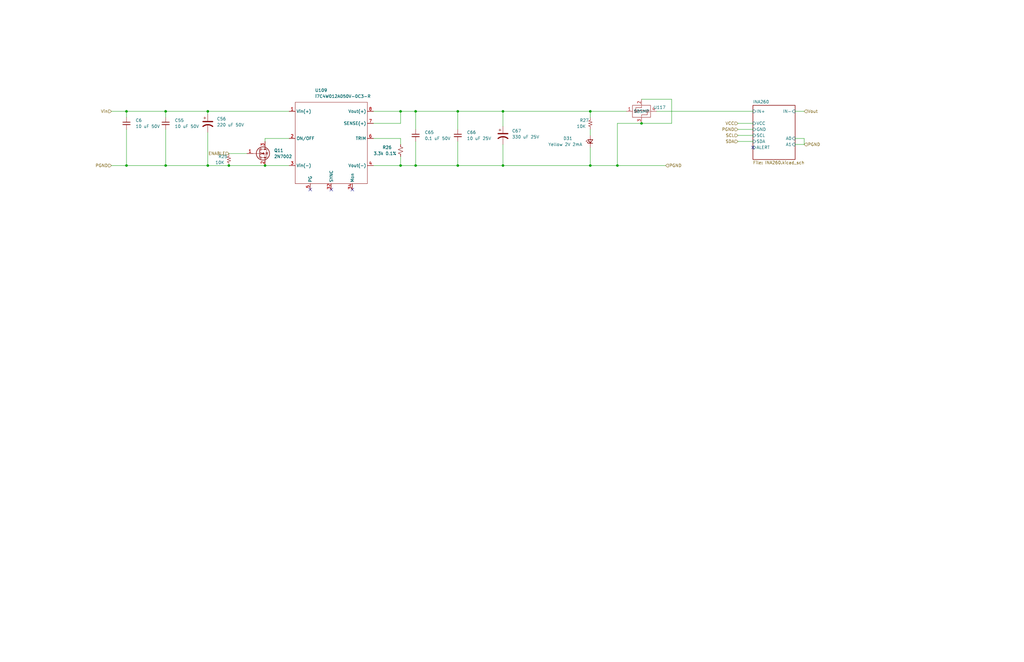
<source format=kicad_sch>
(kicad_sch (version 20230121) (generator eeschema)
  (paper "B")
  (lib_symbols
    (symbol "Device:C_Polarized_US" (pin_numbers hide) (pin_names (offset 0.254) hide)
      (property "Reference" "C" (at 0.635 2.54 0))
      (property "Value" "C_Polarized_US" (at 0.635 -2.54 0))
      (symbol "C_Polarized_US_0_1"
        (polyline (pts (xy -2.032 0.762) (xy 2.032 0.762)) (stroke (width 0.508)))
        (polyline (pts (xy -1.778 2.286) (xy -0.762 2.286)))
        (polyline (pts (xy -1.27 1.778) (xy -1.27 2.794)))
        (arc (start 2.032 -1.27) (mid 0 -0.5572) (end -2.032 -1.27) (stroke (width 0.508)))
      )
      (symbol "C_Polarized_US_1_1"
        (pin passive line (at 0 3.81 270) (length 2.794) (name "~") (number "1"))
        (pin passive line (at 0 -3.81 90) (length 3.302) (name "~") (number "2"))
      )
    )
    (symbol "Device:C_Small" (pin_numbers hide) (pin_names (offset 0.254) hide)
      (property "Reference" "C" (at 0.254 1.778 0))
      (property "Value" "C_Small" (at 0.254 -2.032 0))
      (symbol "C_Small_0_1"
        (polyline (pts (xy -1.524 -0.508) (xy 1.524 -0.508)) (stroke (width 0.3302)))
        (polyline (pts (xy -1.524 0.508) (xy 1.524 0.508)) (stroke (width 0.3048)))
      )
      (symbol "C_Small_1_1"
        (pin passive line (at 0 2.54 270) (length 2.032) (name "~") (number "1"))
        (pin passive line (at 0 -2.54 90) (length 2.032) (name "~") (number "2"))
      )
    )
    (symbol "Device:LED_Small" (pin_numbers hide) (pin_names (offset 0.254) hide)
      (property "Reference" "D" (at -1.27 3.175 0))
      (property "Value" "LED_Small" (at -4.445 -2.54 0))
      (symbol "LED_Small_0_1"
        (polyline (pts (xy -0.762 -1.016) (xy -0.762 1.016)) (stroke (width 0.254)))
        (polyline (pts (xy 1.016 0) (xy -0.762 0)))
        (polyline (pts (xy 0.762 -1.016) (xy -0.762 0) (xy 0.762 1.016) (xy 0.762 -1.016)) (stroke (width 0.254)))
        (polyline (pts (xy 0 0.762) (xy -0.508 1.27) (xy -0.254 1.27) (xy -0.508 1.27) (xy -0.508 1.016)))
        (polyline (pts (xy 0.508 1.27) (xy 0 1.778) (xy 0.254 1.778) (xy 0 1.778) (xy 0 1.524)))
      )
      (symbol "LED_Small_1_1"
        (pin passive line (at -2.54 0 0) (length 1.778) (name "K") (number "1"))
        (pin passive line (at 2.54 0 180) (length 1.778) (name "A") (number "2"))
      )
    )
    (symbol "Device:R_Small_US" (pin_numbers hide) (pin_names (offset 0.254) hide)
      (property "Reference" "R" (at 0.762 0.508 0))
      (property "Value" "R_Small_US" (at 0.762 -1.016 0))
      (symbol "R_Small_US_1_1"
        (polyline (pts (xy 0 0) (xy 1.016 -0.381) (xy 0 -0.762) (xy -1.016 -1.143) (xy 0 -1.524)))
        (polyline (pts (xy 0 1.524) (xy 1.016 1.143) (xy 0 0.762) (xy -1.016 0.381) (xy 0 0)))
        (pin passive line (at 0 2.54 270) (length 1.016) (name "~") (number "1"))
        (pin passive line (at 0 -2.54 90) (length 1.016) (name "~") (number "2"))
      )
    )
    (symbol "Dual-Mag-Camera-Control-rescue:Resistor_small-SPC-Control-rescue-DeathStar-rescue-BUMP-Control-rescue" (pin_numbers hide) (pin_names (offset 0))
      (property "Reference" "R" (at 2.032 0 90))
      (property "Value" "Resistor_small-SPC-Control-rescue-DeathStar-rescue-BUMP-Control-rescue" (at -2.032 0.254 90))
      (symbol "Resistor_small-SPC-Control-rescue-DeathStar-rescue-BUMP-Control-rescue_0_1"
        (polyline (pts (xy 0 1.27) (xy -0.762 1.016) (xy 0.762 0.508) (xy -0.762 0) (xy 0.762 -0.508) (xy -0.762 -1.016) (xy 0 -1.27)))
      )
      (symbol "Resistor_small-SPC-Control-rescue-DeathStar-rescue-BUMP-Control-rescue_1_1"
        (pin passive line (at 0 2.54 270) (length 1.27) (name "~") (number "1"))
        (pin passive line (at 0 -2.54 90) (length 1.27) (name "~") (number "2"))
      )
    )
    (symbol "ProjectDevices:I7C4W012A050V-001-R"
      (property "Reference" "U" (at 0 0 0))
      (property "Value" "I7C4W012A050V-001-R" (at 0 17.78 0))
      (symbol "I7C4W012A050V-001-R_0_1"
        (rectangle (start -15.24 15.24) (end 15.24 -19.05))
      )
      (symbol "I7C4W012A050V-001-R_1_1"
        (pin input line (at -17.78 11.43 0) (length 2.54) (name "Vin(+)") (number "1"))
        (pin input line (at -17.78 0 0) (length 2.54) (name "ON/OFF") (number "2"))
        (pin input line (at -17.78 -11.43 0) (length 2.54) (name "Vin(-)") (number "3"))
        (pin input line (at 0 -21.59 90) (length 2.54) (name "SYNC") (number "32"))
        (pin input line (at 8.89 -21.59 90) (length 2.54) (name "Mon") (number "34"))
        (pin input line (at 17.78 -11.43 180) (length 2.54) (name "Vout(-)") (number "4"))
        (pin input line (at -8.89 -21.59 90) (length 2.54) (name "PG") (number "5"))
        (pin input line (at 17.78 0 180) (length 2.54) (name "TRIM") (number "6"))
        (pin input line (at 17.78 6.35 180) (length 2.54) (name "SENSE(+)") (number "7"))
        (pin input line (at 17.78 11.43 180) (length 2.54) (name "Vout(+)") (number "8"))
      )
    )
    (symbol "ProjectDevices:SBSMP"
      (property "Reference" "U" (at 1.27 3.81 0))
      (symbol "SBSMP_0_1"
        (rectangle (start -3.81 2.54) (end 3.81 -2.54))
        (arc (start -0.7366 0.0852) (mid -1.1176 0.3904) (end -1.4986 0.0852))
        (polyline (pts (xy -3.0988 -0.3048) (xy -1.7272 -0.3048)))
        (polyline (pts (xy -3.048 0.4064) (xy -1.778 0.4064)))
        (polyline (pts (xy -1.5748 0.0508) (xy -3.048 0.0508)))
        (polyline (pts (xy 1.6256 0.0508) (xy 3.302 0.0508)))
        (polyline (pts (xy 1.9812 -0.3048) (xy 3.302 -0.3048)))
        (polyline (pts (xy 1.9812 0.4572) (xy 3.2512 0.4572)))
        (polyline (pts (xy -2.4384 0.4064) (xy -2.4384 1.524) (xy 0 1.524) (xy 0 2.2352)))
        (polyline (pts (xy 2.4384 -0.3556) (xy 2.4384 -1.4732) (xy 0 -1.4732) (xy 0 -2.1844)))
        (arc (start 0.0508 0.1196) (mid -0.3302 0.4248) (end -0.7112 0.1196))
        (arc (start 0.8636 0.0688) (mid 0.4826 0.374) (end 0.1016 0.0688))
        (arc (start 1.6256 0.0688) (mid 1.2446 0.374) (end 0.8636 0.0688))
      )
      (symbol "SBSMP_1_1"
        (pin input line (at -6.35 0 0) (length 2.54) (name "IN") (number "1"))
        (pin input line (at 0 5.08 270) (length 2.54) (name "GND") (number "2"))
        (pin input line (at 0 -5.08 90) (length 2.54) (name "GND") (number "3"))
        (pin input line (at 6.35 0 180) (length 2.54) (name "OUT") (number "4"))
      )
    )
    (symbol "Transistor_FET:2N7002" (pin_names hide)
      (property "Reference" "Q" (at 5.08 1.905 0))
      (property "Value" "2N7002" (at 5.08 0 0))
      (symbol "2N7002_0_1"
        (polyline (pts (xy 0.254 0) (xy -2.54 0)))
        (polyline (pts (xy 0.254 1.905) (xy 0.254 -1.905)) (stroke (width 0.254)))
        (polyline (pts (xy 0.762 -1.27) (xy 0.762 -2.286)) (stroke (width 0.254)))
        (polyline (pts (xy 0.762 0.508) (xy 0.762 -0.508)) (stroke (width 0.254)))
        (polyline (pts (xy 0.762 2.286) (xy 0.762 1.27)) (stroke (width 0.254)))
        (polyline (pts (xy 2.54 2.54) (xy 2.54 1.778)))
        (polyline (pts (xy 2.54 -2.54) (xy 2.54 0) (xy 0.762 0)))
        (polyline (pts (xy 0.762 -1.778) (xy 3.302 -1.778) (xy 3.302 1.778) (xy 0.762 1.778)))
        (polyline (pts (xy 1.016 0) (xy 2.032 0.381) (xy 2.032 -0.381) (xy 1.016 0)) (fill (type outline)))
        (polyline (pts (xy 2.794 0.508) (xy 2.921 0.381) (xy 3.683 0.381) (xy 3.81 0.254)))
        (polyline (pts (xy 3.302 0.381) (xy 2.921 -0.254) (xy 3.683 -0.254) (xy 3.302 0.381)))
        (circle (center 1.651 0) (radius 2.794) (stroke (width 0.254)))
        (circle (center 2.54 -1.778) (radius 0.254) (fill (type outline)))
        (circle (center 2.54 1.778) (radius 0.254) (fill (type outline)))
      )
      (symbol "2N7002_1_1"
        (pin input line (at -5.08 0 0) (length 2.54) (name "G") (number "1"))
        (pin passive line (at 2.54 -5.08 90) (length 2.54) (name "S") (number "2"))
        (pin passive line (at 2.54 5.08 270) (length 2.54) (name "D") (number "3"))
      )
    )
  )
  (junction (at 193.04 46.99))
  (junction (at 87.63 69.85))
  (junction (at 248.92 69.85))
  (junction (at 248.92 46.99))
  (junction (at 168.91 69.85))
  (junction (at 260.35 69.85))
  (junction (at 69.85 69.85))
  (junction (at 270.51 52.07))
  (junction (at 69.85 46.99))
  (junction (at 212.09 69.85))
  (junction (at 212.09 46.99))
  (junction (at 168.91 46.99))
  (junction (at 193.04 69.85))
  (junction (at 96.52 69.85))
  (junction (at 53.34 69.85))
  (junction (at 175.26 46.99))
  (junction (at 111.76 69.85))
  (junction (at 175.26 69.85))
  (junction (at 53.34 46.99))
  (junction (at 87.63 46.99))
  (no_connect (at 148.59 80.01))
  (no_connect (at 130.81 80.01))
  (no_connect (at 139.7 80.01))
  (no_connect (at 317.5 62.23))
  (wire (pts (xy 46.99 69.85) (xy 53.34 69.85)))
  (wire (pts (xy 276.86 46.99) (xy 317.5 46.99)))
  (wire (pts (xy 212.09 60.96) (xy 212.09 69.85)))
  (wire (pts (xy 168.91 52.07) (xy 168.91 46.99)))
  (wire (pts (xy 311.15 52.07) (xy 317.5 52.07)))
  (wire (pts (xy 53.34 46.99) (xy 69.85 46.99)))
  (wire (pts (xy 248.92 46.99) (xy 264.16 46.99)))
  (wire (pts (xy 248.92 54.61) (xy 248.92 57.15)))
  (wire (pts (xy 175.26 46.99) (xy 175.26 54.61)))
  (wire (pts (xy 168.91 69.85) (xy 168.91 66.04)))
  (wire (pts (xy 175.26 69.85) (xy 168.91 69.85)))
  (wire (pts (xy 157.48 52.07) (xy 168.91 52.07)))
  (wire (pts (xy 69.85 46.99) (xy 87.63 46.99)))
  (wire (pts (xy 260.35 69.85) (xy 280.67 69.85)))
  (wire (pts (xy 175.26 59.69) (xy 175.26 69.85)))
  (wire (pts (xy 157.48 46.99) (xy 168.91 46.99)))
  (wire (pts (xy 69.85 54.61) (xy 69.85 69.85)))
  (wire (pts (xy 111.76 58.42) (xy 111.76 59.69)))
  (wire (pts (xy 248.92 62.23) (xy 248.92 69.85)))
  (wire (pts (xy 260.35 69.85) (xy 260.35 52.07)))
  (wire (pts (xy 53.34 69.85) (xy 69.85 69.85)))
  (wire (pts (xy 193.04 46.99) (xy 193.04 54.61)))
  (wire (pts (xy 87.63 55.88) (xy 87.63 69.85)))
  (wire (pts (xy 87.63 46.99) (xy 87.63 48.26)))
  (wire (pts (xy 270.51 41.91) (xy 283.21 41.91)))
  (wire (pts (xy 96.52 64.77) (xy 104.14 64.77)))
  (wire (pts (xy 96.52 69.85) (xy 111.76 69.85)))
  (wire (pts (xy 260.35 52.07) (xy 270.51 52.07)))
  (wire (pts (xy 193.04 59.69) (xy 193.04 69.85)))
  (wire (pts (xy 335.28 46.99) (xy 339.09 46.99)))
  (wire (pts (xy 87.63 46.99) (xy 121.92 46.99)))
  (wire (pts (xy 157.48 69.85) (xy 168.91 69.85)))
  (wire (pts (xy 111.76 69.85) (xy 121.92 69.85)))
  (wire (pts (xy 311.15 57.15) (xy 317.5 57.15)))
  (wire (pts (xy 212.09 46.99) (xy 212.09 53.34)))
  (wire (pts (xy 157.48 58.42) (xy 168.91 58.42)))
  (wire (pts (xy 69.85 46.99) (xy 69.85 49.53)))
  (wire (pts (xy 193.04 69.85) (xy 212.09 69.85)))
  (wire (pts (xy 283.21 41.91) (xy 283.21 52.07)))
  (wire (pts (xy 212.09 69.85) (xy 248.92 69.85)))
  (wire (pts (xy 193.04 46.99) (xy 212.09 46.99)))
  (wire (pts (xy 270.51 52.07) (xy 283.21 52.07)))
  (wire (pts (xy 168.91 58.42) (xy 168.91 60.96)))
  (wire (pts (xy 46.99 46.99) (xy 53.34 46.99)))
  (wire (pts (xy 69.85 69.85) (xy 87.63 69.85)))
  (wire (pts (xy 121.92 58.42) (xy 111.76 58.42)))
  (wire (pts (xy 175.26 46.99) (xy 193.04 46.99)))
  (wire (pts (xy 53.34 46.99) (xy 53.34 49.53)))
  (wire (pts (xy 193.04 69.85) (xy 175.26 69.85)))
  (wire (pts (xy 311.15 54.61) (xy 317.5 54.61)))
  (wire (pts (xy 168.91 46.99) (xy 175.26 46.99)))
  (wire (pts (xy 53.34 54.61) (xy 53.34 69.85)))
  (wire (pts (xy 248.92 46.99) (xy 248.92 49.53)))
  (wire (pts (xy 335.28 60.96) (xy 339.09 60.96)))
  (wire (pts (xy 248.92 69.85) (xy 260.35 69.85)))
  (wire (pts (xy 335.28 58.42) (xy 339.09 58.42)))
  (wire (pts (xy 87.63 69.85) (xy 96.52 69.85)))
  (wire (pts (xy 339.09 58.42) (xy 339.09 60.96)))
  (wire (pts (xy 311.15 59.69) (xy 317.5 59.69)))
  (wire (pts (xy 212.09 46.99) (xy 248.92 46.99)))
  (hierarchical_label "Vout" (shape input) (at 339.09 46.99 0))
  (hierarchical_label "PGND" (shape input) (at 46.99 69.85 180))
  (hierarchical_label "PGND" (shape input) (at 311.15 54.61 180))
  (hierarchical_label "VCC" (shape input) (at 311.15 52.07 180))
  (hierarchical_label "SCL" (shape input) (at 311.15 57.15 180))
  (hierarchical_label "PGND" (shape input) (at 339.09 60.96 0))
  (hierarchical_label "PGND" (shape input) (at 280.67 69.85 0))
  (hierarchical_label "SDA" (shape input) (at 311.15 59.69 180))
  (hierarchical_label "ENABLE" (shape input) (at 96.52 64.77 180))
  (hierarchical_label "Vin" (shape input) (at 46.99 46.99 180))
  (symbol (lib_id "Device:C_Polarized_US") (at 212.09 57.15 0) (unit 1)
    (property "Reference" "C67" (at 215.9 55.2449 0) (effects (justify left)))
    (property "Value" "330 uF 25V" (at 215.9 57.7849 0) (effects (justify left)))
    (property "Footprint" "Capacitor_SMD:CP_Elec_8x10" (effects hide))
    (property "Datasheet" "https://products.nichicon.co.jp/en/pdf/XJA043/e-uwt.pdf" (effects hide))
    (property "Part Number" "493-2193-1-ND " (effects hide))
    (property "Supplier" "Digikey" (effects hide))
    (property "Link" "https://www.digikey.com/en/products/detail/nichicon/UWT1E331MNL1GS/589934" (effects hide))
    (instances (project "System-Controller-UVC" (path "" (reference "C67") (unit 1))) (project "Console-Controller" (path "" (reference "C33") (unit 1)) (path "" (reference "C8") (unit 1)) (path "" (reference "C22") (unit 1))))
  )
  (symbol (lib_id "Device:C_Small") (at 69.85 52.07 0) (unit 1)
    (property "Reference" "C55" (at 73.66 50.8 0) (effects (justify left)))
    (property "Value" "10 uF 50V" (at 73.66 53.34 0) (effects (justify left)))
    (property "Footprint" "Capacitor_SMD:C_0805_2012Metric" (effects hide))
    (property "Datasheet" "https://search.murata.co.jp/Ceramy/image/img/A01X/G101/ENG/GRM21BR61H106KE43-01A.pdf" (effects hide))
    (property "Part Number" "490-18663-1-ND" (effects hide))
    (property "Supplier" "Digikey" (effects hide))
    (property "Link" "https://www.digikey.com/en/products/detail/murata-electronics/GRM21BR61H106KE43L/10326316" (effects hide))
    (instances (project "System-Controller-UVC" (path "" (reference "C55") (unit 1))) (project "Console-Controller" (path "" (reference "C29") (unit 1)) (path "" (reference "C4") (unit 1)) (path "" (reference "C10") (unit 1))))
  )
  (symbol (lib_id "Transistor_FET:2N7002") (at 109.22 64.77 0) (unit 1)
    (property "Reference" "Q11" (at 115.57 63.4999 0) (effects (justify left)))
    (property "Value" "2N7002" (at 115.57 66.0399 0) (effects (justify left)))
    (property "Footprint" "Package_TO_SOT_SMD:SOT-23" (effects hide))
    (property "Datasheet" "https://www.onsemi.com/download/data-sheet/pdf/nds7002a-d.pdf" (effects hide))
    (property "Part Number" "2N7002NCT-ND" (effects hide))
    (property "Supplier" "Digikey" (effects hide))
    (property "Link" "https://www.digikey.com/en/products/detail/onsemi/2N7002/244345" (effects hide))
    (instances (project "System-Controller-UVC" (path "" (reference "Q11") (unit 1))) (project "Console-Controller" (path "" (reference "Q4") (unit 1)) (path "" (reference "Q2") (unit 1)) (path "" (reference "Q3") (unit 1))))
  )
  (symbol (lib_id "Device:R_Small_US") (at 168.91 63.5 0) (unit 1)
    (property "Reference" "R26" (at 161.29 62.23 0) (effects (justify left)))
    (property "Value" "3.3k 0.1%" (at 157.48 64.77 0) (effects (justify left)))
    (property "Footprint" "Resistor_SMD:R_0805_2012Metric" (effects hide))
    (property "Datasheet" "https://industrial.panasonic.com/cdbs/www-data/pdf/RDM0000/AOA0000C328.pdf" (effects hide))
    (property "Part Number" "P20651CT-ND" (effects hide))
    (property "Supplier" "Digikey" (effects hide))
    (property "Link" "https://www.digikey.com/en/products/detail/panasonic-electronic-components/ERJ-PB6B3301V/6213434" (effects hide))
    (instances (project "System-Controller-UVC" (path "" (reference "R26") (unit 1))) (project "Console-Controller" (path "" (reference "R22") (unit 1)) (path "" (reference "R9") (unit 1)) (path "" (reference "R11") (unit 1))))
  )
  (symbol (lib_id "Device:C_Small") (at 53.34 52.07 0) (unit 1)
    (property "Reference" "C6" (at 57.15 50.8 0) (effects (justify left)))
    (property "Value" "10 uF 50V" (at 57.15 53.34 0) (effects (justify left)))
    (property "Footprint" "Capacitor_SMD:C_0805_2012Metric" (effects hide))
    (property "Datasheet" "https://search.murata.co.jp/Ceramy/image/img/A01X/G101/ENG/GRM21BR61H106KE43-01A.pdf" (effects hide))
    (property "Part Number" "490-18663-1-ND" (effects hide))
    (property "Supplier" "Digikey" (effects hide))
    (property "Link" "https://www.digikey.com/en/products/detail/murata-electronics/GRM21BR61H106KE43L/10326316" (effects hide))
    (instances (project "System-Controller-UVC" (path "" (reference "C6") (unit 1))) (project "Console-Controller" (path "" (reference "C28") (unit 1)) (path "" (reference "C3") (unit 1)) (path "" (reference "C9") (unit 1))))
  )
  (symbol (lib_id "ProjectDevices:I7C4W012A050V-001-R") (at 139.7 58.42 0) (unit 1)
    (property "Reference" "U109" (at 132.8294 38.1 0) (effects (justify left)))
    (property "Value" "i7C4W012A050V-0C3-R" (at 132.8294 40.64 0) (effects (justify left)))
    (property "Footprint" "ProjectFootprints:TDK-I7C4W" (effects hide))
    (property "Datasheet" "https://product.tdk.com/system/files/dam/doc/product/power/switching-power/dc-dc-converter/catalog/i7c_e.pdf" (effects hide))
    (property "Part Number" "285-I7C4W012A050V-0C3-R-ND" (effects hide))
    (property "Supplier" "Digikey" (effects hide))
    (property "Link" "https://www.digikey.com/en/products/detail/tdk-lambda-americas-inc/I7C4W012A050V-0C3-R/15649003?s=N4IgTCBcDaIJYHYDCAWA6gBgIxgIIYFYMA1AWgyQGZSAlEAXQF8g" (effects hide))
    (instances (project "System-Controller-UVC" (path "" (reference "U109") (unit 1))) (project "Console-Controller" (path "" (reference "U14") (unit 1)) (path "" (reference "U7") (unit 1)) (path "" (reference "U9") (unit 1))))
  )
  (symbol (lib_id "Device:C_Small") (at 175.26 57.15 0) (unit 1)
    (property "Reference" "C65" (at 179.07 55.88 0) (effects (justify left)))
    (property "Value" "0.1 uF 50V" (at 179.07 58.42 0) (effects (justify left)))
    (property "Footprint" "Capacitor_SMD:C_0603_1608Metric" (effects hide))
    (property "Datasheet" "https://api.kemet.com/component-edge/download/datasheet/C0603C104M5RACTU.pdf" (effects hide))
    (property "Part Number" "C0603C104M5RACTU" (effects hide))
    (property "Supplier" "Digikey" (effects hide))
    (property "Link" "https://www.digikey.com/product-detail/en/kemet/C0603C104M5RACTU/399-7845-1-ND/3471568" (effects hide))
    (instances (project "System-Controller-UVC" (path "" (reference "C65") (unit 1))) (project "Console-Controller" (path "" (reference "C31") (unit 1)) (path "" (reference "C6") (unit 1)) (path "" (reference "C20") (unit 1))))
  )
  (symbol (lib_id "Device:C_Polarized_US") (at 87.63 52.07 0) (unit 1)
    (property "Reference" "C56" (at 91.44 50.1649 0) (effects (justify left)))
    (property "Value" "220 uF 50V" (at 91.44 52.7049 0) (effects (justify left)))
    (property "Footprint" "Capacitor_SMD:CP_Elec_8x10" (effects hide))
    (property "Datasheet" "https://industrial.panasonic.com/cdbs/www-data/pdf/RDE0000/ABA0000C1240.pdf" (effects hide))
    (property "Part Number" "PCE5120CT-ND" (effects hide))
    (property "Supplier" "Digikey" (effects hide))
    (property "Link" "https://www.digikey.com/en/products/detail/panasonic-electronic-components/EEE-FT1H221GP/6048908" (effects hide))
    (instances (project "System-Controller-UVC" (path "" (reference "C56") (unit 1))) (project "Console-Controller" (path "" (reference "C30") (unit 1)) (path "" (reference "C5") (unit 1)) (path "" (reference "C13") (unit 1))))
  )
  (symbol (lib_id "Device:C_Small") (at 193.04 57.15 0) (unit 1)
    (property "Reference" "C66" (at 196.85 55.88 0) (effects (justify left)))
    (property "Value" "10 uF 25V" (at 196.85 58.42 0) (effects (justify left)))
    (property "Footprint" "Capacitor_SMD:C_0805_2012Metric" (effects hide))
    (property "Datasheet" "https://api.kemet.com/component-https://product.tdk.com/system/files/dam/doc/product/capacitor/ceramic/mlcc/catalog/mlcc_commercial_general_en.pdf" (effects hide))
    (property "Part Number" "445-14387-1-ND" (effects hide))
    (property "Supplier" "Digikey" (effects hide))
    (property "Link" "https://www.digikey.com/en/products/detail/tdk-corporation/C2012X5R1E106K085AC/3951623" (effects hide))
    (instances (project "System-Controller-UVC" (path "" (reference "C66") (unit 1))) (project "Console-Controller" (path "" (reference "C32") (unit 1)) (path "" (reference "C7") (unit 1)) (path "" (reference "C21") (unit 1))))
  )
  (symbol (lib_id "ProjectDevices:SBSMP") (at 270.51 46.99 0) (unit 1)
    (property "Reference" "U117" (at 278.13 45.3391 0))
    (property "Value" "SBSMP" (at 270.51 46.99 0))
    (property "Footprint" "Project-Footprints:SBSMP" (effects hide))
    (property "Datasheet" "https://www.knowlescapacitors.com/getattachment/aa847e2f-cd86-44aa-8533-18b7535f3a94/SBSM-SBSMP-10A.aspx" (effects hide))
    (property "Part Number" "1608-1438-1-ND" (effects hide))
    (property "Supplier" "Digikey" (effects hide))
    (property "Link" "https://www.digikey.com/en/products/detail/knowles-syfer/SBSMP0500474MXT/7316065" (effects hide))
  )
  (symbol (lib_id "Dual-Mag-Camera-Control-rescue:Resistor_small-SPC-Control-rescue-DeathStar-rescue-BUMP-Control-rescue") (at 248.92 52.07 0) (unit 1)
    (property "Reference" "R27" (at 246.38 50.8 0))
    (property "Value" "10K" (at 245.11 53.34 0))
    (property "Footprint" "Resistor_SMD:R_0603_1608Metric" (effects hide))
    (property "Datasheet" "http://www.vishay.com/docs/28705/mcx0x0xpro.pdf" (effects hide))
    (property "Part Number" "MCT0603-10.0K-CFCT-ND" (effects hide))
    (property "Supplier" "Digikey" (effects hide))
    (property "Link" "https://www.digikey.com/product-detail/en/vishay-beyschlag/MCT06030C1002FP500/MCT0603-10.0K-CFCT-ND/2607933" (effects hide))
    (instances (project "System-Controller-UVC" (path "" (reference "R27") (unit 1))) (project "Console-Controller" (path "" (reference "R29") (unit 1)) (path "" (reference "R27") (unit 1)) (path "" (reference "R28") (unit 1))))
  )
  (symbol (lib_id "Device:LED_Small") (at 248.92 59.69 90) (unit 1)
    (property "Reference" "D31" (at 237.49 58.42 90) (effects (justify right)))
    (property "Value" "Yellow 2V 2mA" (at 231.14 60.96 90) (effects (justify right)))
    (property "Footprint" "LED_SMD:LED_0603_1608Metric" (effects hide))
    (property "Datasheet" "https://www.rohm.com/datasheet?p=SML-D12W8W(A)&dist=Digi-key&media=referral&source=digi-key.com&campaign=Digi-key" (effects hide))
    (property "Part Number" "SML-D12W8WT86ACT-ND" (effects hide))
    (property "Supplier" "Digikey" (effects hide))
    (property "Link" "https://www.digikey.com/en/products/detail/rohm-semiconductor/SML-D12W8WT86A/9448199" (effects hide))
    (instances (project "System-Controller-UVC" (path "" (reference "D31") (unit 1))) (project "Console-Controller" (path "" (reference "D34") (unit 1)) (path "" (reference "D32") (unit 1)) (path "" (reference "D33") (unit 1))))
  )
  (symbol (lib_id "Dual-Mag-Camera-Control-rescue:Resistor_small-SPC-Control-rescue-DeathStar-rescue-BUMP-Control-rescue") (at 96.52 67.31 0) (unit 1)
    (property "Reference" "R25" (at 93.98 66.04 0))
    (property "Value" "10K" (at 92.71 68.58 0))
    (property "Footprint" "Resistor_SMD:R_0603_1608Metric" (effects hide))
    (property "Datasheet" "http://www.vishay.com/docs/28705/mcx0x0xpro.pdf" (effects hide))
    (property "Part Number" "MCT0603-10.0K-CFCT-ND" (effects hide))
    (property "Supplier" "Digikey" (effects hide))
    (property "Link" "https://www.digikey.com/product-detail/en/vishay-beyschlag/MCT06030C1002FP500/MCT0603-10.0K-CFCT-ND/2607933" (effects hide))
    (instances (project "System-Controller-UVC" (path "" (reference "R25") (unit 1))) (project "Console-Controller" (path "" (reference "R21") (unit 1)) (path "" (reference "R8") (unit 1)) (path "" (reference "R10") (unit 1))))
  )
  (sheet (at 317.5 44.45) (size 17.78 22.86) (stroke (width 0.1524))
    (property "Sheetname" "INA260" (at 317.5 43.7384 0) (effects (justify left bottom)))
    (property "Sheetfile" "INA260.kicad_sch" (at 317.5 67.8946 0) (effects (justify left top)))
    (pin "SCL" input (at 317.5 57.15 180))
    (pin "SDA" input (at 317.5 59.69 180))
    (pin "ALERT" input (at 317.5 62.23 180))
    (pin "IN+" input (at 317.5 46.99 180))
    (pin "IN-" input (at 335.28 46.99 0))
    (pin "A1" input (at 335.28 60.96 0))
    (pin "A0" input (at 335.28 58.42 0))
    (pin "GND" input (at 317.5 54.61 180))
    (pin "VCC" input (at 317.5 52.07 180))
  )
)
</source>
